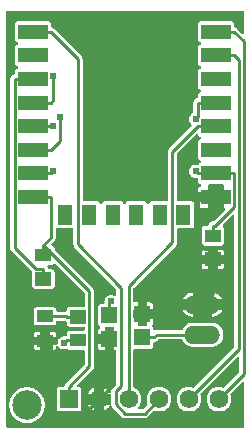
<source format=gtl>
G04 Layer: TopLayer*
G04 EasyEDA v6.5.51, 2025-11-13 11:14:40*
G04 bf1f3799a3224107ae82f300eded96c1,09fcd8053ca944d09a55be336b12f992,10*
G04 Gerber Generator version 0.2*
G04 Scale: 100 percent, Rotated: No, Reflected: No *
G04 Dimensions in millimeters *
G04 leading zeros omitted , absolute positions ,4 integer and 5 decimal *
%FSLAX45Y45*%
%MOMM*%

%AMMACRO1*21,1,$1,$2,0,0,$3*%
%ADD10C,0.1000*%
%ADD11C,0.2540*%
%ADD12MACRO1,1.35X1.41X0.0000*%
%ADD13R,1.3500X1.4100*%
%ADD14R,1.3995X1.0000*%
%ADD15R,2.5000X1.3000*%
%ADD16R,0.0139X1.3000*%
%ADD17R,1.3000X1.8000*%
%ADD18MACRO1,1.377X1.1325X0.0000*%
%ADD19R,1.3770X1.1325*%
%ADD20C,2.5000*%
%ADD21C,1.5748*%
%ADD22R,1.5748X1.5748*%
%ADD23O,3.048X1.524*%
%ADD24C,0.6100*%

%LPD*%
G36*
X137668Y-3555492D02*
G01*
X133756Y-3554729D01*
X130505Y-3552494D01*
X128270Y-3549243D01*
X127508Y-3545332D01*
X127508Y-36068D01*
X128270Y-32156D01*
X130505Y-28905D01*
X133756Y-26670D01*
X137668Y-25908D01*
X2135632Y-25908D01*
X2139543Y-26670D01*
X2142794Y-28905D01*
X2145030Y-32156D01*
X2145792Y-36068D01*
X2145792Y-212344D01*
X2145030Y-216204D01*
X2142794Y-219506D01*
X2139543Y-221742D01*
X2135632Y-222504D01*
X2131720Y-221742D01*
X2128469Y-219506D01*
X2085848Y-176936D01*
X2079650Y-171805D01*
X2072944Y-168249D01*
X2061819Y-164998D01*
X2058873Y-162763D01*
X2056892Y-159562D01*
X2056231Y-155905D01*
X2056231Y-139446D01*
X2055520Y-133146D01*
X2053589Y-127660D01*
X2050542Y-122783D01*
X2046427Y-118668D01*
X2041550Y-115620D01*
X2036064Y-113690D01*
X2029764Y-112979D01*
X1780895Y-112979D01*
X1774545Y-113690D01*
X1769110Y-115620D01*
X1764182Y-118668D01*
X1760118Y-122783D01*
X1757019Y-127660D01*
X1755139Y-133146D01*
X1754428Y-139446D01*
X1754428Y-268325D01*
X1755139Y-274624D01*
X1757019Y-280111D01*
X1760118Y-284988D01*
X1764182Y-289102D01*
X1769110Y-292201D01*
X1775155Y-294284D01*
X1778711Y-296468D01*
X1781149Y-299821D01*
X1781962Y-303885D01*
X1781149Y-307949D01*
X1778711Y-311353D01*
X1775155Y-313486D01*
X1769110Y-315620D01*
X1764182Y-318668D01*
X1760118Y-322783D01*
X1757019Y-327660D01*
X1755139Y-333146D01*
X1754428Y-339445D01*
X1754428Y-468325D01*
X1755139Y-474624D01*
X1757019Y-480110D01*
X1760118Y-484987D01*
X1764182Y-489102D01*
X1769110Y-492201D01*
X1775155Y-494284D01*
X1778711Y-496468D01*
X1781098Y-499821D01*
X1781962Y-503885D01*
X1781098Y-507949D01*
X1778711Y-511352D01*
X1775155Y-513486D01*
X1769110Y-515620D01*
X1764182Y-518668D01*
X1760118Y-522782D01*
X1757019Y-527659D01*
X1755139Y-533146D01*
X1754428Y-539445D01*
X1754428Y-668324D01*
X1755139Y-674624D01*
X1757019Y-680110D01*
X1760118Y-684987D01*
X1764182Y-689102D01*
X1769110Y-692150D01*
X1775206Y-694283D01*
X1778762Y-696468D01*
X1781149Y-699820D01*
X1782013Y-703884D01*
X1781149Y-707948D01*
X1778762Y-711352D01*
X1775206Y-713486D01*
X1769110Y-715619D01*
X1764182Y-718667D01*
X1760118Y-722782D01*
X1757019Y-727659D01*
X1755139Y-733145D01*
X1754428Y-739444D01*
X1754428Y-755904D01*
X1753717Y-759561D01*
X1751787Y-762762D01*
X1748789Y-764997D01*
X1737664Y-768248D01*
X1730959Y-771804D01*
X1725117Y-776630D01*
X1720342Y-782472D01*
X1716786Y-789127D01*
X1714601Y-796340D01*
X1713788Y-804367D01*
X1713788Y-884529D01*
X1713077Y-888288D01*
X1710994Y-891540D01*
X1707946Y-893775D01*
X1704848Y-895197D01*
X1696770Y-900836D01*
X1689811Y-907796D01*
X1684223Y-915822D01*
X1680057Y-924712D01*
X1677517Y-934212D01*
X1676654Y-944016D01*
X1677517Y-953820D01*
X1680057Y-963320D01*
X1684223Y-972210D01*
X1689811Y-980236D01*
X1697278Y-987552D01*
X1700225Y-990803D01*
X1701546Y-994968D01*
X1700987Y-999337D01*
X1698650Y-1003046D01*
X1510182Y-1191514D01*
X1505051Y-1197762D01*
X1501495Y-1204417D01*
X1499311Y-1211630D01*
X1498498Y-1219657D01*
X1498498Y-1625752D01*
X1497736Y-1629613D01*
X1495501Y-1632915D01*
X1492250Y-1635099D01*
X1488338Y-1635912D01*
X1365758Y-1635912D01*
X1359408Y-1636623D01*
X1353972Y-1638503D01*
X1349044Y-1641602D01*
X1344980Y-1645716D01*
X1341882Y-1650593D01*
X1339748Y-1656689D01*
X1337614Y-1660245D01*
X1334262Y-1662633D01*
X1330198Y-1663446D01*
X1326134Y-1662633D01*
X1322730Y-1660245D01*
X1320596Y-1656689D01*
X1318463Y-1650593D01*
X1315364Y-1645716D01*
X1311300Y-1641602D01*
X1306372Y-1638503D01*
X1300937Y-1636623D01*
X1294587Y-1635912D01*
X1165758Y-1635912D01*
X1159408Y-1636623D01*
X1153972Y-1638503D01*
X1149045Y-1641602D01*
X1144981Y-1645716D01*
X1141882Y-1650593D01*
X1139748Y-1656689D01*
X1137615Y-1660245D01*
X1134262Y-1662633D01*
X1130198Y-1663446D01*
X1126134Y-1662633D01*
X1122730Y-1660245D01*
X1120597Y-1656689D01*
X1118463Y-1650593D01*
X1115364Y-1645716D01*
X1111300Y-1641602D01*
X1106373Y-1638503D01*
X1100937Y-1636623D01*
X1094587Y-1635912D01*
X965758Y-1635912D01*
X959408Y-1636623D01*
X953973Y-1638503D01*
X949045Y-1641602D01*
X944981Y-1645716D01*
X941882Y-1650593D01*
X939800Y-1656638D01*
X937615Y-1660194D01*
X934262Y-1662582D01*
X930198Y-1663446D01*
X926134Y-1662582D01*
X922731Y-1660194D01*
X920597Y-1656638D01*
X918464Y-1650542D01*
X915365Y-1645666D01*
X911301Y-1641551D01*
X906373Y-1638452D01*
X900937Y-1636572D01*
X894587Y-1635861D01*
X785876Y-1635861D01*
X781964Y-1635048D01*
X778713Y-1632864D01*
X776478Y-1629562D01*
X775716Y-1625701D01*
X775716Y-433273D01*
X774903Y-425246D01*
X772718Y-418033D01*
X769162Y-411378D01*
X764032Y-405130D01*
X535889Y-176987D01*
X529640Y-171856D01*
X522985Y-168300D01*
X511809Y-164998D01*
X508863Y-162763D01*
X506882Y-159613D01*
X506222Y-155956D01*
X506222Y-139496D01*
X505510Y-133146D01*
X503580Y-127711D01*
X500532Y-122783D01*
X496417Y-118719D01*
X491540Y-115620D01*
X486054Y-113690D01*
X479755Y-112979D01*
X230886Y-112979D01*
X224536Y-113690D01*
X219100Y-115620D01*
X214172Y-118719D01*
X210108Y-122783D01*
X207010Y-127711D01*
X205130Y-133146D01*
X204419Y-139496D01*
X204419Y-268325D01*
X205130Y-274675D01*
X207010Y-280111D01*
X210108Y-285038D01*
X214172Y-289102D01*
X219100Y-292201D01*
X225196Y-294335D01*
X228752Y-296468D01*
X231140Y-299821D01*
X232003Y-303885D01*
X231140Y-307949D01*
X228752Y-311353D01*
X225196Y-313486D01*
X219100Y-315620D01*
X214172Y-318719D01*
X210108Y-322783D01*
X207010Y-327710D01*
X205079Y-333146D01*
X204368Y-339496D01*
X204368Y-468325D01*
X205079Y-474675D01*
X207010Y-480110D01*
X210108Y-485038D01*
X214172Y-489102D01*
X219100Y-492201D01*
X225145Y-494334D01*
X228701Y-496468D01*
X231089Y-499872D01*
X231952Y-503935D01*
X231089Y-507949D01*
X228701Y-511352D01*
X225145Y-513486D01*
X219100Y-515620D01*
X214172Y-518718D01*
X210108Y-522782D01*
X207010Y-527710D01*
X205079Y-533146D01*
X204368Y-539496D01*
X204368Y-555955D01*
X203708Y-559612D01*
X201777Y-562762D01*
X198780Y-565048D01*
X187655Y-568299D01*
X181000Y-571855D01*
X175158Y-576630D01*
X170180Y-582676D01*
X166624Y-589330D01*
X164439Y-596544D01*
X163626Y-604570D01*
X163626Y-2033219D01*
X164439Y-2041245D01*
X166624Y-2048459D01*
X170180Y-2055114D01*
X175310Y-2061362D01*
X346811Y-2232863D01*
X349199Y-2236622D01*
X349758Y-2241042D01*
X349758Y-2353157D01*
X350469Y-2359507D01*
X352348Y-2364943D01*
X355447Y-2369820D01*
X359511Y-2373934D01*
X364439Y-2377033D01*
X369874Y-2378913D01*
X376224Y-2379624D01*
X512775Y-2379624D01*
X519125Y-2378913D01*
X524560Y-2377033D01*
X529488Y-2373934D01*
X533552Y-2369820D01*
X536651Y-2364943D01*
X538530Y-2359507D01*
X539242Y-2353157D01*
X539242Y-2241042D01*
X538530Y-2234742D01*
X536651Y-2229256D01*
X533552Y-2224379D01*
X529488Y-2220264D01*
X524560Y-2217216D01*
X519125Y-2215286D01*
X512775Y-2214575D01*
X492455Y-2214575D01*
X488797Y-2213914D01*
X485648Y-2211933D01*
X483412Y-2208987D01*
X480110Y-2197811D01*
X478383Y-2194560D01*
X477215Y-2190597D01*
X477774Y-2186482D01*
X479907Y-2182876D01*
X483260Y-2180488D01*
X487375Y-2179624D01*
X512775Y-2179624D01*
X519125Y-2178913D01*
X524560Y-2176983D01*
X529488Y-2173935D01*
X533196Y-2170226D01*
X536498Y-2167991D01*
X540359Y-2167229D01*
X544271Y-2167991D01*
X547573Y-2170226D01*
X791972Y-2414625D01*
X794156Y-2417927D01*
X794969Y-2421788D01*
X794969Y-2525115D01*
X794156Y-2528976D01*
X791972Y-2532278D01*
X788670Y-2534462D01*
X784809Y-2535275D01*
X668324Y-2535275D01*
X661974Y-2535986D01*
X656539Y-2537866D01*
X651611Y-2540965D01*
X647547Y-2545080D01*
X644448Y-2549956D01*
X642569Y-2555392D01*
X641858Y-2561742D01*
X641858Y-2564028D01*
X641045Y-2567889D01*
X638860Y-2571191D01*
X635558Y-2573375D01*
X631698Y-2574188D01*
X563270Y-2574188D01*
X559562Y-2573477D01*
X556412Y-2571546D01*
X554177Y-2568549D01*
X553110Y-2564993D01*
X552348Y-2556967D01*
X550468Y-2551582D01*
X547370Y-2546654D01*
X543306Y-2542590D01*
X538378Y-2539492D01*
X532942Y-2537561D01*
X526592Y-2536850D01*
X387807Y-2536850D01*
X381457Y-2537561D01*
X376021Y-2539492D01*
X371094Y-2542590D01*
X367030Y-2546654D01*
X363931Y-2551582D01*
X362051Y-2557018D01*
X361340Y-2563317D01*
X361340Y-2662224D01*
X362051Y-2668524D01*
X363931Y-2673959D01*
X367030Y-2678887D01*
X371094Y-2682951D01*
X376021Y-2686050D01*
X381457Y-2687980D01*
X387807Y-2688691D01*
X526592Y-2688691D01*
X532942Y-2687980D01*
X538378Y-2686050D01*
X543306Y-2682951D01*
X547370Y-2678887D01*
X550468Y-2673959D01*
X552348Y-2668574D01*
X553110Y-2660548D01*
X554177Y-2656992D01*
X556412Y-2653995D01*
X559562Y-2652064D01*
X563270Y-2651404D01*
X618693Y-2651404D01*
X621182Y-2651658D01*
X625094Y-2653436D01*
X636270Y-2656687D01*
X639216Y-2658922D01*
X641146Y-2662123D01*
X641858Y-2665780D01*
X641858Y-2673858D01*
X642569Y-2680157D01*
X644448Y-2685643D01*
X647547Y-2690520D01*
X651611Y-2694635D01*
X656539Y-2697683D01*
X661974Y-2699613D01*
X668324Y-2700324D01*
X784809Y-2700324D01*
X788670Y-2701086D01*
X791972Y-2703322D01*
X794156Y-2706624D01*
X794969Y-2710484D01*
X794969Y-2725115D01*
X794156Y-2728976D01*
X791972Y-2732278D01*
X788670Y-2734513D01*
X784809Y-2735275D01*
X668324Y-2735275D01*
X661974Y-2735986D01*
X656539Y-2737916D01*
X651611Y-2740964D01*
X647547Y-2745079D01*
X644448Y-2749956D01*
X642569Y-2755442D01*
X641858Y-2761742D01*
X641858Y-2769819D01*
X641146Y-2773476D01*
X639216Y-2776677D01*
X636270Y-2778912D01*
X627227Y-2781503D01*
X623366Y-2781909D01*
X619658Y-2781604D01*
X609854Y-2782468D01*
X600354Y-2785008D01*
X591464Y-2789174D01*
X583438Y-2794762D01*
X576478Y-2801721D01*
X570839Y-2809798D01*
X566674Y-2818688D01*
X564134Y-2828188D01*
X563270Y-2837992D01*
X563727Y-2843123D01*
X563219Y-2847289D01*
X561086Y-2850896D01*
X557733Y-2853334D01*
X553618Y-2854198D01*
X498551Y-2854198D01*
X498551Y-2898749D01*
X526592Y-2898749D01*
X532942Y-2898038D01*
X538378Y-2896108D01*
X543306Y-2893009D01*
X547370Y-2888945D01*
X550468Y-2884017D01*
X552348Y-2878582D01*
X553110Y-2871876D01*
X554380Y-2867964D01*
X557072Y-2864916D01*
X560730Y-2863138D01*
X564794Y-2862935D01*
X568604Y-2864358D01*
X571550Y-2867152D01*
X576478Y-2874213D01*
X583438Y-2881172D01*
X591464Y-2886760D01*
X600354Y-2890926D01*
X609854Y-2893466D01*
X619658Y-2894330D01*
X629412Y-2893466D01*
X640232Y-2890520D01*
X643737Y-2890164D01*
X647192Y-2891078D01*
X650087Y-2893110D01*
X651611Y-2894634D01*
X656539Y-2897733D01*
X661974Y-2899613D01*
X668324Y-2900324D01*
X784809Y-2900324D01*
X788670Y-2901137D01*
X791972Y-2903321D01*
X794156Y-2906623D01*
X794969Y-2910484D01*
X794969Y-3014675D01*
X794156Y-3018586D01*
X791972Y-3021888D01*
X633476Y-3180384D01*
X628345Y-3186633D01*
X624789Y-3193288D01*
X621487Y-3204464D01*
X619252Y-3207410D01*
X616102Y-3209391D01*
X612444Y-3210052D01*
X582218Y-3210052D01*
X575919Y-3210763D01*
X570433Y-3212693D01*
X565556Y-3215741D01*
X561441Y-3219856D01*
X558393Y-3224733D01*
X556463Y-3230219D01*
X555752Y-3236518D01*
X555752Y-3392881D01*
X556463Y-3399180D01*
X558393Y-3404666D01*
X561441Y-3409543D01*
X565556Y-3413658D01*
X570433Y-3416706D01*
X575919Y-3418636D01*
X582218Y-3419348D01*
X738581Y-3419348D01*
X744880Y-3418636D01*
X750366Y-3416706D01*
X755243Y-3413658D01*
X759358Y-3409543D01*
X762406Y-3404666D01*
X764336Y-3399180D01*
X765048Y-3392881D01*
X765048Y-3236518D01*
X764336Y-3230219D01*
X762406Y-3224733D01*
X759358Y-3219856D01*
X755243Y-3215741D01*
X750366Y-3212693D01*
X744880Y-3210763D01*
X737514Y-3210052D01*
X733653Y-3209290D01*
X730351Y-3207054D01*
X728116Y-3203803D01*
X727354Y-3199892D01*
X728116Y-3195980D01*
X730351Y-3192729D01*
X860501Y-3062528D01*
X865632Y-3056331D01*
X869187Y-3049625D01*
X871372Y-3042412D01*
X872185Y-3034385D01*
X872185Y-2402078D01*
X871372Y-2394051D01*
X869187Y-2386838D01*
X865632Y-2380183D01*
X860501Y-2373934D01*
X542239Y-2055672D01*
X540054Y-2052370D01*
X539242Y-2048510D01*
X539242Y-2041042D01*
X538530Y-2034692D01*
X536651Y-2029256D01*
X533552Y-2024380D01*
X529488Y-2020265D01*
X524611Y-2017217D01*
X517550Y-2014880D01*
X513994Y-2012797D01*
X511556Y-2009546D01*
X510641Y-2005533D01*
X511352Y-2001469D01*
X513588Y-1998065D01*
X535178Y-1976475D01*
X540308Y-1970227D01*
X543864Y-1963572D01*
X546049Y-1956358D01*
X546862Y-1948332D01*
X546862Y-1877009D01*
X547725Y-1872843D01*
X550265Y-1869439D01*
X553923Y-1867306D01*
X558190Y-1866900D01*
X565759Y-1867814D01*
X688340Y-1867814D01*
X692251Y-1868576D01*
X695502Y-1870811D01*
X697738Y-1874062D01*
X698500Y-1877974D01*
X698500Y-2004822D01*
X699312Y-2012848D01*
X701497Y-2020062D01*
X705053Y-2026716D01*
X710184Y-2032965D01*
X1059891Y-2382723D01*
X1062126Y-2386025D01*
X1062888Y-2389886D01*
X1062888Y-2430221D01*
X1061923Y-2434539D01*
X1059281Y-2438044D01*
X1055370Y-2440076D01*
X1050950Y-2440228D01*
X1046886Y-2438552D01*
X1045311Y-2437485D01*
X1036421Y-2433320D01*
X1026921Y-2430780D01*
X1017168Y-2429916D01*
X1007364Y-2430780D01*
X997864Y-2433320D01*
X988974Y-2437485D01*
X980897Y-2443073D01*
X973937Y-2450033D01*
X968349Y-2458110D01*
X964184Y-2467000D01*
X961644Y-2476500D01*
X960780Y-2486304D01*
X961847Y-2499715D01*
X960780Y-2503220D01*
X958494Y-2506116D01*
X955395Y-2508046D01*
X951788Y-2508707D01*
X936345Y-2508707D01*
X930046Y-2509418D01*
X924610Y-2511298D01*
X919683Y-2514396D01*
X915619Y-2518460D01*
X912520Y-2523388D01*
X910590Y-2528824D01*
X909878Y-2535174D01*
X909878Y-2675026D01*
X910590Y-2681325D01*
X912520Y-2686812D01*
X915619Y-2691688D01*
X919683Y-2695803D01*
X923747Y-2699308D01*
X925321Y-2703068D01*
X925321Y-2707132D01*
X923747Y-2710891D01*
X919683Y-2714396D01*
X915619Y-2718511D01*
X912520Y-2723388D01*
X910590Y-2728874D01*
X909878Y-2735173D01*
X909878Y-2763520D01*
X963218Y-2763520D01*
X963218Y-2711653D01*
X963980Y-2707792D01*
X966165Y-2704490D01*
X969467Y-2702255D01*
X973378Y-2701493D01*
X1033221Y-2701493D01*
X1037132Y-2702255D01*
X1040434Y-2704490D01*
X1042619Y-2707792D01*
X1043381Y-2711653D01*
X1043381Y-2763520D01*
X1052728Y-2763520D01*
X1056640Y-2764282D01*
X1059891Y-2766466D01*
X1062126Y-2769768D01*
X1062888Y-2773680D01*
X1062888Y-2836519D01*
X1062126Y-2840431D01*
X1059891Y-2843733D01*
X1056640Y-2845917D01*
X1052728Y-2846679D01*
X1043381Y-2846679D01*
X1043381Y-2901492D01*
X1052728Y-2901492D01*
X1056640Y-2902305D01*
X1059891Y-2904490D01*
X1062126Y-2907792D01*
X1062888Y-2911652D01*
X1062888Y-3185058D01*
X1062126Y-3188970D01*
X1059891Y-3192272D01*
X1030833Y-3221329D01*
X1025702Y-3227578D01*
X1022146Y-3234232D01*
X1019962Y-3241395D01*
X1019149Y-3250996D01*
X1017930Y-3254959D01*
X1015237Y-3258108D01*
X1011529Y-3259937D01*
X1007414Y-3260140D01*
X1003503Y-3258667D01*
X1000556Y-3255721D01*
X997407Y-3250996D01*
X988364Y-3240735D01*
X978103Y-3231692D01*
X966724Y-3224072D01*
X960119Y-3220821D01*
X960119Y-3268979D01*
X1009040Y-3268979D01*
X1012901Y-3269742D01*
X1016203Y-3271977D01*
X1018387Y-3275228D01*
X1019200Y-3279140D01*
X1019200Y-3350260D01*
X1018387Y-3354171D01*
X1016203Y-3357422D01*
X1012901Y-3359658D01*
X1009040Y-3360420D01*
X960119Y-3360420D01*
X960119Y-3408578D01*
X966724Y-3405327D01*
X978103Y-3397707D01*
X988364Y-3388664D01*
X997407Y-3378403D01*
X1003249Y-3369614D01*
X1005941Y-3366922D01*
X1009396Y-3365347D01*
X1013206Y-3365195D01*
X1016812Y-3366465D01*
X1019657Y-3368954D01*
X1021435Y-3372307D01*
X1022146Y-3374644D01*
X1025702Y-3381349D01*
X1030833Y-3387547D01*
X1106728Y-3463442D01*
X1112977Y-3468573D01*
X1119632Y-3472129D01*
X1126845Y-3474313D01*
X1134872Y-3475126D01*
X1300073Y-3475126D01*
X1308100Y-3474313D01*
X1315313Y-3472129D01*
X1322019Y-3468573D01*
X1328216Y-3463442D01*
X1376375Y-3415334D01*
X1379474Y-3413201D01*
X1383131Y-3412337D01*
X1386840Y-3412896D01*
X1395323Y-3415741D01*
X1408734Y-3418433D01*
X1422400Y-3419348D01*
X1436065Y-3418433D01*
X1449476Y-3415741D01*
X1462430Y-3411372D01*
X1474724Y-3405327D01*
X1486103Y-3397707D01*
X1496364Y-3388664D01*
X1505407Y-3378403D01*
X1513027Y-3367024D01*
X1519072Y-3354730D01*
X1523441Y-3341776D01*
X1526133Y-3328365D01*
X1527048Y-3314700D01*
X1526133Y-3301034D01*
X1523441Y-3287623D01*
X1519072Y-3274669D01*
X1513027Y-3262376D01*
X1505407Y-3250996D01*
X1496364Y-3240735D01*
X1486103Y-3231692D01*
X1474724Y-3224072D01*
X1462430Y-3218027D01*
X1449476Y-3213658D01*
X1436065Y-3210966D01*
X1422400Y-3210052D01*
X1408734Y-3210966D01*
X1395323Y-3213658D01*
X1382369Y-3218027D01*
X1370076Y-3224072D01*
X1358696Y-3231692D01*
X1348435Y-3240735D01*
X1339392Y-3250996D01*
X1331772Y-3262376D01*
X1325727Y-3274669D01*
X1321358Y-3287623D01*
X1318666Y-3301034D01*
X1317752Y-3314700D01*
X1318666Y-3328365D01*
X1321358Y-3341776D01*
X1324203Y-3350260D01*
X1324762Y-3353968D01*
X1323898Y-3357626D01*
X1321765Y-3360724D01*
X1287576Y-3394913D01*
X1284274Y-3397148D01*
X1280363Y-3397910D01*
X1256690Y-3397910D01*
X1252931Y-3397199D01*
X1249680Y-3395065D01*
X1247444Y-3391966D01*
X1246581Y-3388207D01*
X1247140Y-3384397D01*
X1249070Y-3381044D01*
X1251407Y-3378403D01*
X1259027Y-3367024D01*
X1265072Y-3354730D01*
X1269441Y-3341776D01*
X1272133Y-3328365D01*
X1273048Y-3314700D01*
X1272133Y-3301034D01*
X1269441Y-3287623D01*
X1265072Y-3274669D01*
X1259027Y-3262376D01*
X1251407Y-3250996D01*
X1242364Y-3240735D01*
X1232103Y-3231692D01*
X1220724Y-3224072D01*
X1212697Y-3220110D01*
X1209700Y-3217875D01*
X1207719Y-3214674D01*
X1207008Y-3211017D01*
X1207008Y-2898952D01*
X1207770Y-2895092D01*
X1210005Y-2891790D01*
X1213256Y-2889605D01*
X1217168Y-2888792D01*
X1349654Y-2888792D01*
X1355953Y-2888081D01*
X1361389Y-2886202D01*
X1366316Y-2883103D01*
X1370380Y-2879039D01*
X1373479Y-2874111D01*
X1375410Y-2868676D01*
X1376121Y-2862326D01*
X1376121Y-2840380D01*
X1376781Y-2836722D01*
X1378762Y-2833522D01*
X1381709Y-2831287D01*
X1392885Y-2828036D01*
X1399540Y-2824480D01*
X1405788Y-2819349D01*
X1414932Y-2810205D01*
X1418234Y-2807970D01*
X1422146Y-2807208D01*
X1613662Y-2807208D01*
X1617319Y-2807919D01*
X1620520Y-2809900D01*
X1622755Y-2812897D01*
X1626107Y-2819654D01*
X1633524Y-2830728D01*
X1642313Y-2840786D01*
X1652371Y-2849575D01*
X1663446Y-2856992D01*
X1675434Y-2862935D01*
X1688084Y-2867202D01*
X1701190Y-2869793D01*
X1714855Y-2870708D01*
X1866544Y-2870708D01*
X1880209Y-2869793D01*
X1893316Y-2867202D01*
X1905965Y-2862935D01*
X1917954Y-2856992D01*
X1929028Y-2849575D01*
X1939086Y-2840786D01*
X1947875Y-2830728D01*
X1955292Y-2819654D01*
X1961235Y-2807665D01*
X1965502Y-2795016D01*
X1968093Y-2781909D01*
X1969007Y-2768600D01*
X1968093Y-2755290D01*
X1965502Y-2742184D01*
X1961235Y-2729534D01*
X1955292Y-2717546D01*
X1947875Y-2706471D01*
X1939086Y-2696413D01*
X1929028Y-2687624D01*
X1917954Y-2680208D01*
X1905965Y-2674264D01*
X1893316Y-2669997D01*
X1880209Y-2667406D01*
X1866544Y-2666492D01*
X1714855Y-2666492D01*
X1701190Y-2667406D01*
X1688084Y-2669997D01*
X1675434Y-2674264D01*
X1663446Y-2680208D01*
X1652371Y-2687624D01*
X1642313Y-2696413D01*
X1633524Y-2706471D01*
X1626107Y-2717546D01*
X1622755Y-2724302D01*
X1620520Y-2727299D01*
X1617319Y-2729280D01*
X1613662Y-2729992D01*
X1402435Y-2729992D01*
X1394409Y-2730804D01*
X1389227Y-2732379D01*
X1384808Y-2732684D01*
X1380642Y-2731109D01*
X1377594Y-2727909D01*
X1376172Y-2723692D01*
X1375359Y-2716123D01*
X1373479Y-2710688D01*
X1370380Y-2705811D01*
X1366316Y-2701696D01*
X1362252Y-2698191D01*
X1360678Y-2694432D01*
X1360678Y-2690368D01*
X1362252Y-2686608D01*
X1366316Y-2683103D01*
X1370380Y-2678988D01*
X1373479Y-2674112D01*
X1375410Y-2668625D01*
X1376121Y-2662326D01*
X1376121Y-2633980D01*
X1322781Y-2633980D01*
X1322781Y-2685846D01*
X1322019Y-2689707D01*
X1319834Y-2693009D01*
X1316532Y-2695244D01*
X1312621Y-2696006D01*
X1252778Y-2696006D01*
X1248867Y-2695244D01*
X1245565Y-2693009D01*
X1243380Y-2689707D01*
X1242618Y-2685846D01*
X1242618Y-2633980D01*
X1217168Y-2633980D01*
X1213256Y-2633218D01*
X1210005Y-2631033D01*
X1207770Y-2627731D01*
X1207008Y-2623820D01*
X1207008Y-2560980D01*
X1207770Y-2557068D01*
X1210005Y-2553766D01*
X1213256Y-2551582D01*
X1217168Y-2550820D01*
X1242618Y-2550820D01*
X1242618Y-2496007D01*
X1217168Y-2496007D01*
X1213256Y-2495194D01*
X1210005Y-2493010D01*
X1207770Y-2489708D01*
X1207008Y-2485847D01*
X1207008Y-2376728D01*
X1207770Y-2372868D01*
X1210005Y-2369566D01*
X1564030Y-2015489D01*
X1569161Y-2009241D01*
X1572717Y-2002586D01*
X1574901Y-1995373D01*
X1575714Y-1987346D01*
X1575714Y-1877974D01*
X1576476Y-1874062D01*
X1578711Y-1870760D01*
X1581962Y-1868576D01*
X1585874Y-1867814D01*
X1694586Y-1867814D01*
X1700936Y-1867052D01*
X1706372Y-1865172D01*
X1711299Y-1862074D01*
X1715363Y-1858010D01*
X1718462Y-1853082D01*
X1720392Y-1847646D01*
X1721104Y-1841296D01*
X1721104Y-1662430D01*
X1720392Y-1656130D01*
X1718462Y-1650644D01*
X1715363Y-1645767D01*
X1711299Y-1641652D01*
X1706372Y-1638604D01*
X1700936Y-1636674D01*
X1694586Y-1635963D01*
X1585874Y-1635963D01*
X1581962Y-1635201D01*
X1578711Y-1633016D01*
X1576476Y-1629714D01*
X1575714Y-1625803D01*
X1575714Y-1239367D01*
X1576476Y-1235506D01*
X1578711Y-1232204D01*
X1738782Y-1072083D01*
X1742186Y-1069848D01*
X1746199Y-1069136D01*
X1750161Y-1070051D01*
X1753463Y-1072438D01*
X1755546Y-1075944D01*
X1757019Y-1080109D01*
X1760118Y-1084986D01*
X1764182Y-1089101D01*
X1769110Y-1092200D01*
X1775155Y-1094282D01*
X1778711Y-1096467D01*
X1781149Y-1099820D01*
X1781962Y-1103884D01*
X1781149Y-1107948D01*
X1778711Y-1111351D01*
X1775155Y-1113485D01*
X1769110Y-1115618D01*
X1764182Y-1118666D01*
X1760118Y-1122781D01*
X1757019Y-1127658D01*
X1755139Y-1133144D01*
X1754428Y-1139444D01*
X1754428Y-1268323D01*
X1755139Y-1274622D01*
X1757019Y-1280109D01*
X1760118Y-1284986D01*
X1764182Y-1289100D01*
X1769110Y-1292199D01*
X1775206Y-1294333D01*
X1778762Y-1296466D01*
X1781149Y-1299819D01*
X1781962Y-1303883D01*
X1781149Y-1307947D01*
X1778762Y-1311351D01*
X1775206Y-1313484D01*
X1769110Y-1315618D01*
X1764182Y-1318717D01*
X1760118Y-1322781D01*
X1758137Y-1325880D01*
X1755190Y-1328928D01*
X1751177Y-1330502D01*
X1746910Y-1330299D01*
X1743100Y-1329283D01*
X1733296Y-1328420D01*
X1723491Y-1329283D01*
X1713992Y-1331823D01*
X1705102Y-1335989D01*
X1697075Y-1341577D01*
X1690116Y-1348536D01*
X1684477Y-1356614D01*
X1680311Y-1365504D01*
X1677771Y-1375003D01*
X1676907Y-1384808D01*
X1677771Y-1394561D01*
X1680311Y-1404061D01*
X1684477Y-1412951D01*
X1690116Y-1421028D01*
X1697075Y-1427988D01*
X1705102Y-1433576D01*
X1713992Y-1437741D01*
X1723491Y-1440281D01*
X1733296Y-1441145D01*
X1738934Y-1440637D01*
X1742186Y-1440891D01*
X1746605Y-1441958D01*
X1750618Y-1443939D01*
X1753412Y-1447495D01*
X1754428Y-1451864D01*
X1754428Y-1468323D01*
X1755139Y-1474673D01*
X1757019Y-1480108D01*
X1760118Y-1485036D01*
X1764182Y-1489100D01*
X1769110Y-1492199D01*
X1775206Y-1494332D01*
X1778762Y-1496466D01*
X1781149Y-1499870D01*
X1782013Y-1503934D01*
X1781149Y-1507998D01*
X1778762Y-1511350D01*
X1775206Y-1513484D01*
X1769110Y-1515618D01*
X1764182Y-1518716D01*
X1760118Y-1522831D01*
X1757019Y-1527708D01*
X1755089Y-1533194D01*
X1754378Y-1539494D01*
X1754378Y-1565046D01*
X1836470Y-1565046D01*
X1836470Y-1504950D01*
X1837232Y-1501089D01*
X1839417Y-1497787D01*
X1842719Y-1495602D01*
X1846630Y-1494790D01*
X1963978Y-1494790D01*
X1967890Y-1495602D01*
X1971192Y-1497787D01*
X1973376Y-1501089D01*
X1974138Y-1504950D01*
X1974138Y-1565046D01*
X2009597Y-1565046D01*
X2013508Y-1565859D01*
X2016810Y-1568043D01*
X2018995Y-1571345D01*
X2019807Y-1575206D01*
X2019807Y-1632610D01*
X2018995Y-1636522D01*
X2016810Y-1639773D01*
X2013508Y-1642008D01*
X2009597Y-1642770D01*
X1974138Y-1642770D01*
X1974138Y-1694840D01*
X1978101Y-1695602D01*
X1981403Y-1697786D01*
X1983587Y-1701088D01*
X1984400Y-1705000D01*
X1983587Y-1708861D01*
X1981403Y-1712163D01*
X1887728Y-1805838D01*
X1884832Y-1807870D01*
X1881428Y-1808784D01*
X1872030Y-1809648D01*
X1864868Y-1811832D01*
X1858162Y-1815388D01*
X1852320Y-1820164D01*
X1847545Y-1826006D01*
X1843989Y-1832711D01*
X1840687Y-1843887D01*
X1838452Y-1846834D01*
X1835302Y-1848764D01*
X1831644Y-1849475D01*
X1811324Y-1849475D01*
X1804974Y-1850186D01*
X1799539Y-1852066D01*
X1794611Y-1855165D01*
X1790547Y-1859280D01*
X1787448Y-1864156D01*
X1785569Y-1869592D01*
X1784857Y-1875942D01*
X1784857Y-1988057D01*
X1785569Y-1994357D01*
X1787448Y-1999843D01*
X1790547Y-2004720D01*
X1794611Y-2008835D01*
X1799539Y-2011883D01*
X1804974Y-2013813D01*
X1811324Y-2014524D01*
X1947875Y-2014524D01*
X1954225Y-2013813D01*
X1959660Y-2011883D01*
X1964588Y-2008835D01*
X1968652Y-2004720D01*
X1971751Y-1999843D01*
X1973630Y-1994357D01*
X1974342Y-1988057D01*
X1974342Y-1875942D01*
X1973630Y-1869592D01*
X1971751Y-1864156D01*
X1968703Y-1859330D01*
X1963267Y-1854098D01*
X1961032Y-1850796D01*
X1960168Y-1846884D01*
X1960930Y-1842973D01*
X1963166Y-1839620D01*
X2044090Y-1758696D01*
X2047392Y-1756460D01*
X2051304Y-1755698D01*
X2055164Y-1756460D01*
X2058466Y-1758696D01*
X2060651Y-1761998D01*
X2061413Y-1765858D01*
X2061413Y-2870860D01*
X2060651Y-2874721D01*
X2058466Y-2878023D01*
X1722424Y-3214065D01*
X1719325Y-3216198D01*
X1715668Y-3217062D01*
X1711960Y-3216503D01*
X1703476Y-3213658D01*
X1690065Y-3210966D01*
X1676400Y-3210052D01*
X1662734Y-3210966D01*
X1649323Y-3213658D01*
X1636369Y-3218027D01*
X1624076Y-3224072D01*
X1612696Y-3231692D01*
X1602435Y-3240735D01*
X1593392Y-3250996D01*
X1585772Y-3262376D01*
X1579727Y-3274669D01*
X1575358Y-3287623D01*
X1572666Y-3301034D01*
X1571752Y-3314700D01*
X1572666Y-3328365D01*
X1575358Y-3341776D01*
X1579727Y-3354730D01*
X1585772Y-3367024D01*
X1593392Y-3378403D01*
X1602435Y-3388664D01*
X1612696Y-3397707D01*
X1624076Y-3405327D01*
X1636369Y-3411372D01*
X1649323Y-3415741D01*
X1662734Y-3418433D01*
X1676400Y-3419348D01*
X1690065Y-3418433D01*
X1703476Y-3415741D01*
X1716430Y-3411372D01*
X1728724Y-3405327D01*
X1740103Y-3397707D01*
X1750364Y-3388664D01*
X1759407Y-3378403D01*
X1767027Y-3367024D01*
X1773072Y-3354730D01*
X1777441Y-3341776D01*
X1780133Y-3328365D01*
X1781048Y-3314700D01*
X1780133Y-3301034D01*
X1777441Y-3287623D01*
X1774596Y-3279140D01*
X1774037Y-3275431D01*
X1774901Y-3271774D01*
X1777034Y-3268675D01*
X2085136Y-2960573D01*
X2088388Y-2958388D01*
X2092299Y-2957626D01*
X2096211Y-2958388D01*
X2099462Y-2960573D01*
X2101697Y-2963875D01*
X2102459Y-2967786D01*
X2102459Y-3083814D01*
X2101697Y-3087725D01*
X2099462Y-3091027D01*
X1976424Y-3214065D01*
X1973325Y-3216198D01*
X1969668Y-3217062D01*
X1965960Y-3216503D01*
X1957476Y-3213658D01*
X1944065Y-3210966D01*
X1930400Y-3210052D01*
X1916734Y-3210966D01*
X1903323Y-3213658D01*
X1890369Y-3218027D01*
X1878075Y-3224072D01*
X1866696Y-3231692D01*
X1856435Y-3240735D01*
X1847392Y-3250996D01*
X1839772Y-3262376D01*
X1833727Y-3274669D01*
X1829358Y-3287623D01*
X1826666Y-3301034D01*
X1825752Y-3314700D01*
X1826666Y-3328365D01*
X1829358Y-3341776D01*
X1833727Y-3354730D01*
X1839772Y-3367024D01*
X1847392Y-3378403D01*
X1856435Y-3388664D01*
X1866696Y-3397707D01*
X1878075Y-3405327D01*
X1890369Y-3411372D01*
X1903323Y-3415741D01*
X1916734Y-3418433D01*
X1930400Y-3419348D01*
X1944065Y-3418433D01*
X1957476Y-3415741D01*
X1970430Y-3411372D01*
X1982724Y-3405327D01*
X1994103Y-3397707D01*
X2004364Y-3388664D01*
X2013407Y-3378403D01*
X2021027Y-3367024D01*
X2027072Y-3354730D01*
X2031441Y-3341776D01*
X2034133Y-3328365D01*
X2035048Y-3314700D01*
X2034133Y-3301034D01*
X2031441Y-3287623D01*
X2028596Y-3279140D01*
X2028037Y-3275431D01*
X2028901Y-3271774D01*
X2031034Y-3268675D01*
X2128469Y-3171240D01*
X2131720Y-3169056D01*
X2135632Y-3168294D01*
X2139543Y-3169056D01*
X2142794Y-3171240D01*
X2145030Y-3174542D01*
X2145792Y-3178454D01*
X2145792Y-3545332D01*
X2145030Y-3549243D01*
X2142794Y-3552494D01*
X2139543Y-3554729D01*
X2135632Y-3555492D01*
G37*

%LPC*%
G36*
X304800Y-3516376D02*
G01*
X321716Y-3515461D01*
X338378Y-3512616D01*
X354634Y-3507943D01*
X370281Y-3501440D01*
X385064Y-3493262D01*
X398881Y-3483457D01*
X411480Y-3472179D01*
X422757Y-3459581D01*
X432562Y-3445764D01*
X440740Y-3430981D01*
X447243Y-3415334D01*
X451916Y-3399078D01*
X454761Y-3382416D01*
X455676Y-3365500D01*
X454761Y-3348583D01*
X451916Y-3331921D01*
X447243Y-3315665D01*
X440740Y-3300018D01*
X432562Y-3285236D01*
X422757Y-3271418D01*
X411480Y-3258820D01*
X398881Y-3247542D01*
X385064Y-3237738D01*
X370281Y-3229559D01*
X354634Y-3223056D01*
X338378Y-3218383D01*
X321716Y-3215538D01*
X304800Y-3214624D01*
X287883Y-3215538D01*
X271221Y-3218383D01*
X254965Y-3223056D01*
X239318Y-3229559D01*
X224536Y-3237738D01*
X210718Y-3247542D01*
X198120Y-3258820D01*
X186842Y-3271418D01*
X177038Y-3285236D01*
X168859Y-3300018D01*
X162356Y-3315665D01*
X157683Y-3331921D01*
X154838Y-3348583D01*
X153924Y-3365500D01*
X154838Y-3382416D01*
X157683Y-3399078D01*
X162356Y-3415334D01*
X168859Y-3430981D01*
X177038Y-3445764D01*
X186842Y-3459581D01*
X198120Y-3472179D01*
X210718Y-3483457D01*
X224536Y-3493262D01*
X239318Y-3501440D01*
X254965Y-3507943D01*
X271221Y-3512616D01*
X287883Y-3515461D01*
G37*
G36*
X868680Y-3408578D02*
G01*
X868680Y-3360420D01*
X820521Y-3360420D01*
X823772Y-3367024D01*
X831392Y-3378403D01*
X840435Y-3388664D01*
X850696Y-3397707D01*
X862076Y-3405327D01*
G37*
G36*
X820521Y-3268979D02*
G01*
X868680Y-3268979D01*
X868680Y-3220821D01*
X862076Y-3224072D01*
X850696Y-3231692D01*
X840435Y-3240735D01*
X831392Y-3250996D01*
X823772Y-3262376D01*
G37*
G36*
X936345Y-2901492D02*
G01*
X963218Y-2901492D01*
X963218Y-2846679D01*
X909878Y-2846679D01*
X909878Y-2875026D01*
X910590Y-2881376D01*
X912520Y-2886811D01*
X915619Y-2891739D01*
X919683Y-2895803D01*
X924610Y-2898902D01*
X930046Y-2900781D01*
G37*
G36*
X387807Y-2898749D02*
G01*
X415848Y-2898749D01*
X415848Y-2854198D01*
X361340Y-2854198D01*
X361340Y-2872282D01*
X362051Y-2878582D01*
X363931Y-2884017D01*
X367030Y-2888945D01*
X371094Y-2893009D01*
X376021Y-2896108D01*
X381457Y-2898038D01*
G37*
G36*
X361340Y-2791460D02*
G01*
X415848Y-2791460D01*
X415848Y-2746908D01*
X387807Y-2746908D01*
X381457Y-2747619D01*
X376021Y-2749550D01*
X371094Y-2752648D01*
X367030Y-2756712D01*
X363931Y-2761640D01*
X362051Y-2767076D01*
X361340Y-2773375D01*
G37*
G36*
X498551Y-2791460D02*
G01*
X553110Y-2791460D01*
X553110Y-2773375D01*
X552348Y-2767076D01*
X550468Y-2761640D01*
X547370Y-2756712D01*
X543306Y-2752648D01*
X538378Y-2749550D01*
X532942Y-2747619D01*
X526592Y-2746908D01*
X498551Y-2746908D01*
G37*
G36*
X1873250Y-2616250D02*
G01*
X1880209Y-2615793D01*
X1893316Y-2613202D01*
X1905965Y-2608935D01*
X1917954Y-2602992D01*
X1929028Y-2595575D01*
X1939086Y-2586786D01*
X1947875Y-2576728D01*
X1955292Y-2565654D01*
X1958543Y-2559050D01*
X1873250Y-2559050D01*
G37*
G36*
X1708150Y-2616250D02*
G01*
X1708150Y-2559050D01*
X1622856Y-2559050D01*
X1626107Y-2565654D01*
X1633524Y-2576728D01*
X1642313Y-2586786D01*
X1652371Y-2595575D01*
X1663446Y-2602992D01*
X1675434Y-2608935D01*
X1688084Y-2613202D01*
X1701190Y-2615793D01*
G37*
G36*
X1322781Y-2550820D02*
G01*
X1376121Y-2550820D01*
X1376121Y-2522474D01*
X1375410Y-2516124D01*
X1373479Y-2510688D01*
X1370380Y-2505760D01*
X1366316Y-2501696D01*
X1361389Y-2498598D01*
X1355953Y-2496718D01*
X1349654Y-2496007D01*
X1322781Y-2496007D01*
G37*
G36*
X1873250Y-2470150D02*
G01*
X1958543Y-2470150D01*
X1955292Y-2463546D01*
X1947875Y-2452471D01*
X1939086Y-2442413D01*
X1929028Y-2433624D01*
X1917954Y-2426208D01*
X1905965Y-2420264D01*
X1893316Y-2415997D01*
X1880209Y-2413406D01*
X1873250Y-2412949D01*
G37*
G36*
X1622856Y-2470150D02*
G01*
X1708150Y-2470150D01*
X1708150Y-2412949D01*
X1701190Y-2413406D01*
X1688084Y-2415997D01*
X1675434Y-2420264D01*
X1663446Y-2426208D01*
X1652371Y-2433624D01*
X1642313Y-2442413D01*
X1633524Y-2452471D01*
X1626107Y-2463546D01*
G37*
G36*
X1920392Y-2214524D02*
G01*
X1947875Y-2214524D01*
X1954225Y-2213813D01*
X1959660Y-2211933D01*
X1964588Y-2208834D01*
X1968652Y-2204720D01*
X1971751Y-2199843D01*
X1973630Y-2194407D01*
X1974342Y-2188057D01*
X1974342Y-2166670D01*
X1920392Y-2166670D01*
G37*
G36*
X1811324Y-2214524D02*
G01*
X1838807Y-2214524D01*
X1838807Y-2166670D01*
X1784857Y-2166670D01*
X1784857Y-2188057D01*
X1785569Y-2194407D01*
X1787448Y-2199843D01*
X1790547Y-2204720D01*
X1794611Y-2208834D01*
X1799539Y-2211933D01*
X1804974Y-2213813D01*
G37*
G36*
X1920392Y-2097328D02*
G01*
X1974342Y-2097328D01*
X1974342Y-2075942D01*
X1973630Y-2069642D01*
X1971751Y-2064156D01*
X1968652Y-2059279D01*
X1964588Y-2055164D01*
X1959660Y-2052116D01*
X1954225Y-2050186D01*
X1947875Y-2049475D01*
X1920392Y-2049475D01*
G37*
G36*
X1784857Y-2097328D02*
G01*
X1838807Y-2097328D01*
X1838807Y-2049475D01*
X1811324Y-2049475D01*
X1804974Y-2050186D01*
X1799539Y-2052116D01*
X1794611Y-2055164D01*
X1790547Y-2059279D01*
X1787448Y-2064156D01*
X1785569Y-2069642D01*
X1784857Y-2075942D01*
G37*
G36*
X1780895Y-1694840D02*
G01*
X1836470Y-1694840D01*
X1836470Y-1642770D01*
X1754378Y-1642770D01*
X1754378Y-1668373D01*
X1755089Y-1674672D01*
X1757019Y-1680159D01*
X1760118Y-1685036D01*
X1764182Y-1689150D01*
X1769110Y-1692198D01*
X1774545Y-1694129D01*
G37*

%LPD*%
D10*
X1921510Y-3490721D02*
G01*
X1921510Y-3540505D01*
X1905000Y-3490721D02*
G01*
X1938020Y-3490721D01*
X1953768Y-3490721D02*
G01*
X1986788Y-3540505D01*
X1986788Y-3490721D02*
G01*
X1953768Y-3540505D01*
X1651000Y-3490721D02*
G01*
X1651000Y-3540505D01*
X1651000Y-3490721D02*
G01*
X1672336Y-3490721D01*
X1679447Y-3493262D01*
X1681734Y-3495547D01*
X1684020Y-3500373D01*
X1684020Y-3504945D01*
X1681734Y-3509771D01*
X1679447Y-3512057D01*
X1672336Y-3514344D01*
X1651000Y-3514344D01*
X1667510Y-3514344D02*
G01*
X1684020Y-3540505D01*
X1699768Y-3490721D02*
G01*
X1732787Y-3540505D01*
X1732787Y-3490721D02*
G01*
X1699768Y-3540505D01*
X1371600Y-3490721D02*
G01*
X1371600Y-3540505D01*
X1371600Y-3490721D02*
G01*
X1392936Y-3490721D01*
X1400047Y-3493262D01*
X1402334Y-3495547D01*
X1404620Y-3500373D01*
X1404620Y-3504945D01*
X1402334Y-3509771D01*
X1400047Y-3512057D01*
X1392936Y-3514344D01*
X1371600Y-3514344D01*
X1388110Y-3514344D02*
G01*
X1404620Y-3540505D01*
X1453387Y-3497834D02*
G01*
X1448562Y-3493262D01*
X1441450Y-3490721D01*
X1432052Y-3490721D01*
X1424939Y-3493262D01*
X1420368Y-3497834D01*
X1420368Y-3502660D01*
X1422654Y-3507486D01*
X1424939Y-3509771D01*
X1429765Y-3512057D01*
X1443989Y-3516884D01*
X1448562Y-3519170D01*
X1451102Y-3521455D01*
X1453387Y-3526281D01*
X1453387Y-3533394D01*
X1448562Y-3538220D01*
X1441450Y-3540505D01*
X1432052Y-3540505D01*
X1424939Y-3538220D01*
X1420368Y-3533394D01*
X1485645Y-3490721D02*
G01*
X1485645Y-3540505D01*
X1468881Y-3490721D02*
G01*
X1502155Y-3490721D01*
X1130300Y-3490721D02*
G01*
X1130300Y-3540505D01*
X1130300Y-3490721D02*
G01*
X1146810Y-3490721D01*
X1153921Y-3493262D01*
X1158747Y-3497834D01*
X1161034Y-3502660D01*
X1163320Y-3509771D01*
X1163320Y-3521455D01*
X1161034Y-3528568D01*
X1158747Y-3533394D01*
X1153921Y-3538220D01*
X1146810Y-3540505D01*
X1130300Y-3540505D01*
X1179068Y-3490721D02*
G01*
X1179068Y-3540505D01*
X1208786Y-3490721D02*
G01*
X1201673Y-3493262D01*
X1196847Y-3500373D01*
X1194562Y-3512057D01*
X1194562Y-3519170D01*
X1196847Y-3531107D01*
X1201673Y-3538220D01*
X1208786Y-3540505D01*
X1213612Y-3540505D01*
X1220470Y-3538220D01*
X1225295Y-3531107D01*
X1227581Y-3519170D01*
X1227581Y-3512057D01*
X1225295Y-3500373D01*
X1220470Y-3493262D01*
X1213612Y-3490721D01*
X1208786Y-3490721D01*
X899160Y-3502660D02*
G01*
X896620Y-3497834D01*
X892047Y-3493262D01*
X887221Y-3490721D01*
X877823Y-3490721D01*
X872997Y-3493262D01*
X868426Y-3497834D01*
X865886Y-3502660D01*
X863600Y-3509771D01*
X863600Y-3521455D01*
X865886Y-3528568D01*
X868426Y-3533394D01*
X872997Y-3538220D01*
X877823Y-3540505D01*
X887221Y-3540505D01*
X892047Y-3538220D01*
X896620Y-3533394D01*
X899160Y-3528568D01*
X899160Y-3521455D01*
X887221Y-3521455D02*
G01*
X899160Y-3521455D01*
X914654Y-3490721D02*
G01*
X914654Y-3540505D01*
X914654Y-3490721D02*
G01*
X947673Y-3540505D01*
X947673Y-3490721D02*
G01*
X947673Y-3540505D01*
X963421Y-3490721D02*
G01*
X963421Y-3540505D01*
X963421Y-3490721D02*
G01*
X979931Y-3490721D01*
X987044Y-3493262D01*
X991615Y-3497834D01*
X994155Y-3502660D01*
X996442Y-3509771D01*
X996442Y-3521455D01*
X994155Y-3528568D01*
X991615Y-3533394D01*
X987044Y-3538220D01*
X979931Y-3540505D01*
X963421Y-3540505D01*
X614426Y-3490721D02*
G01*
X640334Y-3490721D01*
X626110Y-3509771D01*
X633221Y-3509771D01*
X638047Y-3512057D01*
X640334Y-3514344D01*
X642620Y-3521455D01*
X642620Y-3526281D01*
X640334Y-3533394D01*
X635507Y-3538220D01*
X628395Y-3540505D01*
X621537Y-3540505D01*
X614426Y-3538220D01*
X611886Y-3535679D01*
X609600Y-3531107D01*
X660654Y-3528568D02*
G01*
X658368Y-3531107D01*
X660654Y-3533394D01*
X662939Y-3531107D01*
X660654Y-3528568D01*
X683260Y-3490721D02*
G01*
X709421Y-3490721D01*
X695197Y-3509771D01*
X702310Y-3509771D01*
X706881Y-3512057D01*
X709421Y-3514344D01*
X711707Y-3521455D01*
X711707Y-3526281D01*
X709421Y-3533394D01*
X704595Y-3538220D01*
X697484Y-3540505D01*
X690371Y-3540505D01*
X683260Y-3538220D01*
X680973Y-3535679D01*
X678687Y-3531107D01*
D11*
X457200Y-2822955D02*
G01*
X508000Y-2822955D01*
X508000Y-3390900D01*
X558800Y-3441700D01*
X787400Y-3441700D01*
X914400Y-3314700D01*
X1930400Y-3314700D02*
G01*
X2141067Y-3104032D01*
X2141067Y-286740D01*
X2058212Y-203885D01*
X1905304Y-203885D02*
G01*
X2058212Y-203885D01*
X2058212Y-403885D02*
G01*
X2100046Y-445719D01*
X2100046Y-2891053D01*
X1676400Y-3314700D01*
X1905304Y-403885D02*
G01*
X2058212Y-403885D01*
X1422400Y-3314700D02*
G01*
X1300581Y-3436518D01*
X1134389Y-3436518D01*
X1057782Y-3359912D01*
X1057782Y-3248990D01*
X1101496Y-3205276D01*
X1101496Y-2369693D01*
X737107Y-2005304D01*
X737107Y-432790D01*
X508228Y-203911D01*
X355320Y-203911D02*
G01*
X508228Y-203911D01*
X639826Y-2617800D02*
G01*
X634796Y-2612770D01*
X457200Y-2612770D01*
X736600Y-2617800D02*
G01*
X639826Y-2617800D01*
X444500Y-2212568D02*
G01*
X381101Y-2212568D01*
X202234Y-2033701D01*
X202234Y-604088D01*
X202412Y-603910D01*
X444500Y-2297099D02*
G01*
X444500Y-2212568D01*
X355320Y-603910D02*
G01*
X202412Y-603910D01*
X1790700Y-2768600D02*
G01*
X1401927Y-2768600D01*
X1378127Y-2792399D01*
X1282700Y-2792399D02*
G01*
X1378127Y-2792399D01*
X736600Y-2817799D02*
G01*
X639826Y-2817799D01*
X619658Y-2837967D02*
G01*
X639826Y-2817799D01*
X444500Y-2097100D02*
G01*
X444500Y-2012543D01*
X355320Y-1603908D02*
G01*
X508228Y-1603908D01*
X660400Y-3314700D02*
G01*
X660400Y-3208045D01*
X444500Y-2012543D02*
G01*
X508228Y-1948814D01*
X508228Y-1603908D01*
X444500Y-2012543D02*
G01*
X833551Y-2401595D01*
X833551Y-3034893D01*
X660400Y-3208045D01*
X1905304Y-803884D02*
G01*
X1752396Y-803884D01*
X1752396Y-803884D02*
G01*
X1752396Y-924636D01*
X1733016Y-944016D01*
X1879600Y-1847443D02*
G01*
X1900732Y-1847443D01*
X2058390Y-1689785D01*
X2058390Y-1404061D01*
X2058212Y-1403883D01*
X1879600Y-1932000D02*
G01*
X1879600Y-1847443D01*
X1905304Y-1403883D02*
G01*
X2058212Y-1403883D01*
X1905304Y-1403883D02*
G01*
X1752396Y-1403883D01*
X1733295Y-1384782D02*
G01*
X1752396Y-1403883D01*
X355320Y-1403908D02*
G01*
X508228Y-1403908D01*
X527583Y-1384554D02*
G01*
X508228Y-1403908D01*
X508228Y-1203909D02*
G01*
X586739Y-1125397D01*
X586739Y-929157D01*
X355320Y-1203909D02*
G01*
X508228Y-1203909D01*
X355320Y-1003909D02*
G01*
X508228Y-1003909D01*
X528167Y-1006246D02*
G01*
X510565Y-1006246D01*
X508228Y-1003909D01*
X355320Y-803910D02*
G01*
X508228Y-803910D01*
X508228Y-803910D02*
G01*
X527735Y-784402D01*
X527735Y-579399D01*
X1752396Y-1003884D02*
G01*
X1537106Y-1219174D01*
X1537106Y-1987829D01*
X1168400Y-2356535D01*
X1168400Y-3314700D01*
X1905304Y-1003884D02*
G01*
X1752396Y-1003884D01*
X1752396Y-1603908D02*
G01*
X1752396Y-1983663D01*
X1816201Y-2047468D01*
X1879600Y-2047468D01*
X1905304Y-1603908D02*
G01*
X1752396Y-1603908D01*
X1879600Y-2131999D02*
G01*
X1879600Y-2047468D01*
X914400Y-3314700D02*
G01*
X1003300Y-3225800D01*
X1003300Y-2805099D01*
X1282700Y-2592400D02*
G01*
X1378127Y-2592400D01*
X1879600Y-2131999D02*
G01*
X1879600Y-2425700D01*
X1790700Y-2514600D01*
X1790700Y-2514600D02*
G01*
X1455928Y-2514600D01*
X1378127Y-2592400D01*
X1003300Y-2605100D02*
G01*
X1003300Y-2500121D01*
X1017143Y-2486279D01*
D12*
G01*
X1003300Y-2605097D03*
D13*
G01*
X1003300Y-2805099D03*
D12*
G01*
X1282700Y-2792402D03*
D13*
G01*
X1282700Y-2592400D03*
D14*
G01*
X457200Y-2612770D03*
G01*
X457200Y-2822829D03*
D15*
G01*
X355320Y-203911D03*
G01*
X355320Y-403910D03*
G01*
X355320Y-603910D03*
G01*
X355320Y-803910D03*
G01*
X355320Y-1003909D03*
G01*
X355320Y-1203909D03*
G01*
X355320Y-1403908D03*
G01*
X355320Y-1603908D03*
D17*
G01*
X630199Y-1751914D03*
G01*
X830198Y-1751761D03*
G01*
X1030198Y-1751812D03*
G01*
X1230198Y-1751812D03*
G01*
X1430197Y-1751812D03*
G01*
X1630197Y-1751888D03*
D15*
G01*
X1905279Y-1603908D03*
G01*
X1905279Y-1403883D03*
G01*
X1905279Y-1203883D03*
G01*
X1905279Y-1003884D03*
G01*
X1905279Y-803884D03*
G01*
X1905279Y-603885D03*
G01*
X1905279Y-403885D03*
G01*
X1905279Y-203885D03*
D18*
G01*
X1879600Y-2132004D03*
D19*
G01*
X1879600Y-1932000D03*
D18*
G01*
X444500Y-2297104D03*
D19*
G01*
X444500Y-2097100D03*
D18*
G01*
X736600Y-2617795D03*
D19*
G01*
X736600Y-2817799D03*
D20*
G01*
X304800Y-3365500D03*
D21*
G01*
X1930400Y-3314700D03*
G01*
X1676400Y-3314700D03*
G01*
X1422400Y-3314700D03*
G01*
X1168400Y-3314700D03*
G01*
X914400Y-3314700D03*
D22*
G01*
X660400Y-3314700D03*
D23*
G01*
X1790700Y-2768600D03*
G01*
X1790700Y-2514600D03*
D24*
G01*
X1017143Y-2486279D03*
G01*
X527735Y-579399D03*
G01*
X528167Y-1006246D03*
G01*
X586739Y-929157D03*
G01*
X527583Y-1384554D03*
G01*
X1733295Y-1384782D03*
G01*
X1733016Y-944016D03*
G01*
X619658Y-2837967D03*
M02*

</source>
